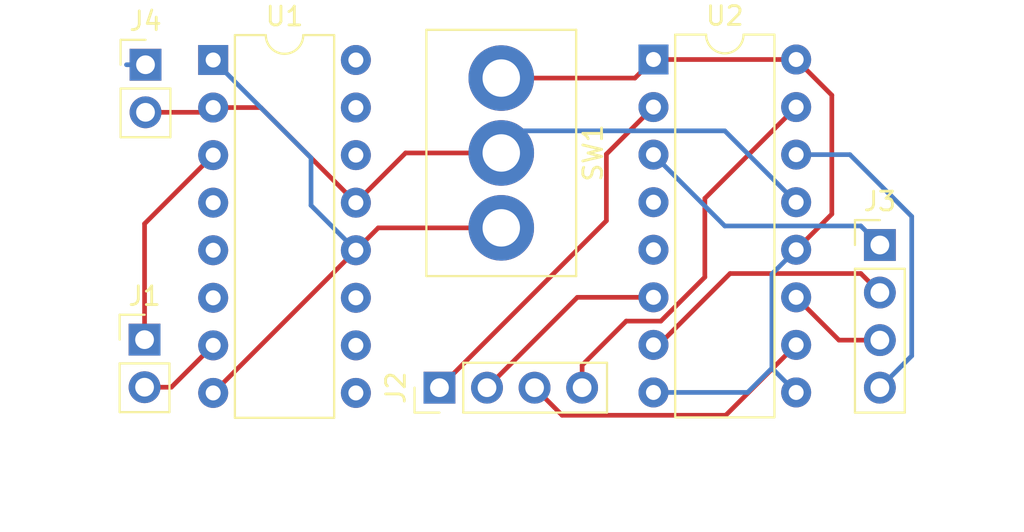
<source format=kicad_pcb>
(kicad_pcb (version 20171130) (host pcbnew "(5.1.8)-1")

  (general
    (thickness 1.6)
    (drawings 0)
    (tracks 58)
    (zones 0)
    (modules 7)
    (nets 21)
  )

  (page A4)
  (layers
    (0 F.Cu signal)
    (31 B.Cu signal)
    (32 B.Adhes user)
    (33 F.Adhes user)
    (34 B.Paste user)
    (35 F.Paste user)
    (36 B.SilkS user)
    (37 F.SilkS user)
    (38 B.Mask user)
    (39 F.Mask user)
    (40 Dwgs.User user)
    (41 Cmts.User user)
    (42 Eco1.User user)
    (43 Eco2.User user)
    (44 Edge.Cuts user)
    (45 Margin user)
    (46 B.CrtYd user)
    (47 F.CrtYd user)
    (48 B.Fab user)
    (49 F.Fab user)
  )

  (setup
    (last_trace_width 0.25)
    (trace_clearance 0.2)
    (zone_clearance 0.508)
    (zone_45_only no)
    (trace_min 0.2)
    (via_size 0.8)
    (via_drill 0.4)
    (via_min_size 0.4)
    (via_min_drill 0.3)
    (uvia_size 0.3)
    (uvia_drill 0.1)
    (uvias_allowed no)
    (uvia_min_size 0.2)
    (uvia_min_drill 0.1)
    (edge_width 0.05)
    (segment_width 0.2)
    (pcb_text_width 0.3)
    (pcb_text_size 1.5 1.5)
    (mod_edge_width 0.12)
    (mod_text_size 1 1)
    (mod_text_width 0.15)
    (pad_size 1.524 1.524)
    (pad_drill 0.762)
    (pad_to_mask_clearance 0)
    (aux_axis_origin 0 0)
    (visible_elements 7FFFFFFF)
    (pcbplotparams
      (layerselection 0x010fc_ffffffff)
      (usegerberextensions false)
      (usegerberattributes true)
      (usegerberadvancedattributes true)
      (creategerberjobfile true)
      (excludeedgelayer true)
      (linewidth 0.100000)
      (plotframeref false)
      (viasonmask false)
      (mode 1)
      (useauxorigin false)
      (hpglpennumber 1)
      (hpglpenspeed 20)
      (hpglpendiameter 15.000000)
      (psnegative false)
      (psa4output false)
      (plotreference true)
      (plotvalue true)
      (plotinvisibletext false)
      (padsonsilk false)
      (subtractmaskfromsilk false)
      (outputformat 1)
      (mirror false)
      (drillshape 1)
      (scaleselection 1)
      (outputdirectory ""))
  )

  (net 0 "")
  (net 1 "Net-(J1-Pad1)")
  (net 2 "Net-(J1-Pad2)")
  (net 3 "Net-(J2-Pad1)")
  (net 4 "Net-(J2-Pad2)")
  (net 5 "Net-(J2-Pad3)")
  (net 6 "Net-(J2-Pad4)")
  (net 7 "Net-(J3-Pad4)")
  (net 8 "Net-(J3-Pad3)")
  (net 9 "Net-(J3-Pad2)")
  (net 10 "Net-(J3-Pad1)")
  (net 11 "Net-(SW1-Pad1)")
  (net 12 +5V)
  (net 13 "Net-(SW1-Pad3)")
  (net 14 "Net-(U1-Pad9)")
  (net 15 "Net-(U1-Pad10)")
  (net 16 "Net-(U1-Pad11)")
  (net 17 GND)
  (net 18 "Net-(U1-Pad14)")
  (net 19 "Net-(U1-Pad15)")
  (net 20 "Net-(U1-Pad16)")

  (net_class Default "This is the default net class."
    (clearance 0.2)
    (trace_width 0.25)
    (via_dia 0.8)
    (via_drill 0.4)
    (uvia_dia 0.3)
    (uvia_drill 0.1)
    (add_net +5V)
    (add_net GND)
    (add_net "Net-(J1-Pad1)")
    (add_net "Net-(J1-Pad2)")
    (add_net "Net-(J2-Pad1)")
    (add_net "Net-(J2-Pad2)")
    (add_net "Net-(J2-Pad3)")
    (add_net "Net-(J2-Pad4)")
    (add_net "Net-(J3-Pad1)")
    (add_net "Net-(J3-Pad2)")
    (add_net "Net-(J3-Pad3)")
    (add_net "Net-(J3-Pad4)")
    (add_net "Net-(SW1-Pad1)")
    (add_net "Net-(SW1-Pad3)")
    (add_net "Net-(U1-Pad10)")
    (add_net "Net-(U1-Pad11)")
    (add_net "Net-(U1-Pad14)")
    (add_net "Net-(U1-Pad15)")
    (add_net "Net-(U1-Pad16)")
    (add_net "Net-(U1-Pad9)")
  )

  (module Package_DIP:DIP-16_W7.62mm (layer F.Cu) (tedit 5A02E8C5) (tstamp 6057F641)
    (at 131.318 92.9894)
    (descr "16-lead though-hole mounted DIP package, row spacing 7.62 mm (300 mils)")
    (tags "THT DIP DIL PDIP 2.54mm 7.62mm 300mil")
    (path /605AA122)
    (fp_text reference U2 (at 3.81 -2.33) (layer F.SilkS)
      (effects (font (size 1 1) (thickness 0.15)))
    )
    (fp_text value DG412xJ (at 3.81 20.11) (layer F.Fab)
      (effects (font (size 1 1) (thickness 0.15)))
    )
    (fp_line (start 1.635 -1.27) (end 6.985 -1.27) (layer F.Fab) (width 0.1))
    (fp_line (start 6.985 -1.27) (end 6.985 19.05) (layer F.Fab) (width 0.1))
    (fp_line (start 6.985 19.05) (end 0.635 19.05) (layer F.Fab) (width 0.1))
    (fp_line (start 0.635 19.05) (end 0.635 -0.27) (layer F.Fab) (width 0.1))
    (fp_line (start 0.635 -0.27) (end 1.635 -1.27) (layer F.Fab) (width 0.1))
    (fp_line (start 2.81 -1.33) (end 1.16 -1.33) (layer F.SilkS) (width 0.12))
    (fp_line (start 1.16 -1.33) (end 1.16 19.11) (layer F.SilkS) (width 0.12))
    (fp_line (start 1.16 19.11) (end 6.46 19.11) (layer F.SilkS) (width 0.12))
    (fp_line (start 6.46 19.11) (end 6.46 -1.33) (layer F.SilkS) (width 0.12))
    (fp_line (start 6.46 -1.33) (end 4.81 -1.33) (layer F.SilkS) (width 0.12))
    (fp_line (start -1.1 -1.55) (end -1.1 19.3) (layer F.CrtYd) (width 0.05))
    (fp_line (start -1.1 19.3) (end 8.7 19.3) (layer F.CrtYd) (width 0.05))
    (fp_line (start 8.7 19.3) (end 8.7 -1.55) (layer F.CrtYd) (width 0.05))
    (fp_line (start 8.7 -1.55) (end -1.1 -1.55) (layer F.CrtYd) (width 0.05))
    (fp_text user %R (at 3.81 8.89) (layer F.Fab)
      (effects (font (size 1 1) (thickness 0.15)))
    )
    (fp_arc (start 3.81 -1.33) (end 2.81 -1.33) (angle -180) (layer F.SilkS) (width 0.12))
    (pad 16 thru_hole oval (at 7.62 0) (size 1.6 1.6) (drill 0.8) (layers *.Cu *.Mask)
      (net 11 "Net-(SW1-Pad1)"))
    (pad 8 thru_hole oval (at 0 17.78) (size 1.6 1.6) (drill 0.8) (layers *.Cu *.Mask)
      (net 11 "Net-(SW1-Pad1)"))
    (pad 15 thru_hole oval (at 7.62 2.54) (size 1.6 1.6) (drill 0.8) (layers *.Cu *.Mask)
      (net 6 "Net-(J2-Pad4)"))
    (pad 7 thru_hole oval (at 0 15.24) (size 1.6 1.6) (drill 0.8) (layers *.Cu *.Mask)
      (net 9 "Net-(J3-Pad2)"))
    (pad 14 thru_hole oval (at 7.62 5.08) (size 1.6 1.6) (drill 0.8) (layers *.Cu *.Mask)
      (net 7 "Net-(J3-Pad4)"))
    (pad 6 thru_hole oval (at 0 12.7) (size 1.6 1.6) (drill 0.8) (layers *.Cu *.Mask)
      (net 4 "Net-(J2-Pad2)"))
    (pad 13 thru_hole oval (at 7.62 7.62) (size 1.6 1.6) (drill 0.8) (layers *.Cu *.Mask)
      (net 12 +5V))
    (pad 5 thru_hole oval (at 0 10.16) (size 1.6 1.6) (drill 0.8) (layers *.Cu *.Mask)
      (net 17 GND))
    (pad 12 thru_hole oval (at 7.62 10.16) (size 1.6 1.6) (drill 0.8) (layers *.Cu *.Mask)
      (net 11 "Net-(SW1-Pad1)"))
    (pad 4 thru_hole oval (at 0 7.62) (size 1.6 1.6) (drill 0.8) (layers *.Cu *.Mask)
      (net 17 GND))
    (pad 11 thru_hole oval (at 7.62 12.7) (size 1.6 1.6) (drill 0.8) (layers *.Cu *.Mask)
      (net 8 "Net-(J3-Pad3)"))
    (pad 3 thru_hole oval (at 0 5.08) (size 1.6 1.6) (drill 0.8) (layers *.Cu *.Mask)
      (net 10 "Net-(J3-Pad1)"))
    (pad 10 thru_hole oval (at 7.62 15.24) (size 1.6 1.6) (drill 0.8) (layers *.Cu *.Mask)
      (net 5 "Net-(J2-Pad3)"))
    (pad 2 thru_hole oval (at 0 2.54) (size 1.6 1.6) (drill 0.8) (layers *.Cu *.Mask)
      (net 3 "Net-(J2-Pad1)"))
    (pad 9 thru_hole oval (at 7.62 17.78) (size 1.6 1.6) (drill 0.8) (layers *.Cu *.Mask)
      (net 11 "Net-(SW1-Pad1)"))
    (pad 1 thru_hole rect (at 0 0) (size 1.6 1.6) (drill 0.8) (layers *.Cu *.Mask)
      (net 11 "Net-(SW1-Pad1)"))
    (model ${KISYS3DMOD}/Package_DIP.3dshapes/DIP-16_W7.62mm.wrl
      (at (xyz 0 0 0))
      (scale (xyz 1 1 1))
      (rotate (xyz 0 0 0))
    )
  )

  (module Connector_PinHeader_2.54mm:PinHeader_1x02_P2.54mm_Vertical (layer F.Cu) (tedit 59FED5CC) (tstamp 605800D1)
    (at 104.1908 93.2688)
    (descr "Through hole straight pin header, 1x02, 2.54mm pitch, single row")
    (tags "Through hole pin header THT 1x02 2.54mm single row")
    (path /606A22F5)
    (fp_text reference J4 (at 0 -2.33) (layer F.SilkS)
      (effects (font (size 1 1) (thickness 0.15)))
    )
    (fp_text value Conn_01x02_Female (at 0 4.87) (layer F.Fab)
      (effects (font (size 1 1) (thickness 0.15)))
    )
    (fp_line (start 1.8 -1.8) (end -1.8 -1.8) (layer F.CrtYd) (width 0.05))
    (fp_line (start 1.8 4.35) (end 1.8 -1.8) (layer F.CrtYd) (width 0.05))
    (fp_line (start -1.8 4.35) (end 1.8 4.35) (layer F.CrtYd) (width 0.05))
    (fp_line (start -1.8 -1.8) (end -1.8 4.35) (layer F.CrtYd) (width 0.05))
    (fp_line (start -1.33 -1.33) (end 0 -1.33) (layer F.SilkS) (width 0.12))
    (fp_line (start -1.33 0) (end -1.33 -1.33) (layer F.SilkS) (width 0.12))
    (fp_line (start -1.33 1.27) (end 1.33 1.27) (layer F.SilkS) (width 0.12))
    (fp_line (start 1.33 1.27) (end 1.33 3.87) (layer F.SilkS) (width 0.12))
    (fp_line (start -1.33 1.27) (end -1.33 3.87) (layer F.SilkS) (width 0.12))
    (fp_line (start -1.33 3.87) (end 1.33 3.87) (layer F.SilkS) (width 0.12))
    (fp_line (start -1.27 -0.635) (end -0.635 -1.27) (layer F.Fab) (width 0.1))
    (fp_line (start -1.27 3.81) (end -1.27 -0.635) (layer F.Fab) (width 0.1))
    (fp_line (start 1.27 3.81) (end -1.27 3.81) (layer F.Fab) (width 0.1))
    (fp_line (start 1.27 -1.27) (end 1.27 3.81) (layer F.Fab) (width 0.1))
    (fp_line (start -0.635 -1.27) (end 1.27 -1.27) (layer F.Fab) (width 0.1))
    (fp_text user %R (at 0 1.27 90) (layer F.Fab)
      (effects (font (size 1 1) (thickness 0.15)))
    )
    (pad 2 thru_hole oval (at 0 2.54) (size 1.7 1.7) (drill 1) (layers *.Cu *.Mask)
      (net 12 +5V))
    (pad 1 thru_hole rect (at 0 0) (size 1.7 1.7) (drill 1) (layers *.Cu *.Mask)
      (net 17 GND))
    (model ${KISYS3DMOD}/Connector_PinHeader_2.54mm.3dshapes/PinHeader_1x02_P2.54mm_Vertical.wrl
      (at (xyz 0 0 0))
      (scale (xyz 1 1 1))
      (rotate (xyz 0 0 0))
    )
  )

  (module Connector_PinHeader_2.54mm:PinHeader_1x02_P2.54mm_Vertical (layer F.Cu) (tedit 59FED5CC) (tstamp 6057F5B6)
    (at 104.14 107.95)
    (descr "Through hole straight pin header, 1x02, 2.54mm pitch, single row")
    (tags "Through hole pin header THT 1x02 2.54mm single row")
    (path /6057F7D0)
    (fp_text reference J1 (at 0 -2.33) (layer F.SilkS)
      (effects (font (size 1 1) (thickness 0.15)))
    )
    (fp_text value Conn_01x02_Female (at 0 4.87) (layer F.Fab)
      (effects (font (size 1 1) (thickness 0.15)))
    )
    (fp_line (start 1.8 -1.8) (end -1.8 -1.8) (layer F.CrtYd) (width 0.05))
    (fp_line (start 1.8 4.35) (end 1.8 -1.8) (layer F.CrtYd) (width 0.05))
    (fp_line (start -1.8 4.35) (end 1.8 4.35) (layer F.CrtYd) (width 0.05))
    (fp_line (start -1.8 -1.8) (end -1.8 4.35) (layer F.CrtYd) (width 0.05))
    (fp_line (start -1.33 -1.33) (end 0 -1.33) (layer F.SilkS) (width 0.12))
    (fp_line (start -1.33 0) (end -1.33 -1.33) (layer F.SilkS) (width 0.12))
    (fp_line (start -1.33 1.27) (end 1.33 1.27) (layer F.SilkS) (width 0.12))
    (fp_line (start 1.33 1.27) (end 1.33 3.87) (layer F.SilkS) (width 0.12))
    (fp_line (start -1.33 1.27) (end -1.33 3.87) (layer F.SilkS) (width 0.12))
    (fp_line (start -1.33 3.87) (end 1.33 3.87) (layer F.SilkS) (width 0.12))
    (fp_line (start -1.27 -0.635) (end -0.635 -1.27) (layer F.Fab) (width 0.1))
    (fp_line (start -1.27 3.81) (end -1.27 -0.635) (layer F.Fab) (width 0.1))
    (fp_line (start 1.27 3.81) (end -1.27 3.81) (layer F.Fab) (width 0.1))
    (fp_line (start 1.27 -1.27) (end 1.27 3.81) (layer F.Fab) (width 0.1))
    (fp_line (start -0.635 -1.27) (end 1.27 -1.27) (layer F.Fab) (width 0.1))
    (fp_text user %R (at 0 1.27 90) (layer F.Fab)
      (effects (font (size 1 1) (thickness 0.15)))
    )
    (pad 1 thru_hole rect (at 0 0) (size 1.7 1.7) (drill 1) (layers *.Cu *.Mask)
      (net 1 "Net-(J1-Pad1)"))
    (pad 2 thru_hole oval (at 0 2.54) (size 1.7 1.7) (drill 1) (layers *.Cu *.Mask)
      (net 2 "Net-(J1-Pad2)"))
    (model ${KISYS3DMOD}/Connector_PinHeader_2.54mm.3dshapes/PinHeader_1x02_P2.54mm_Vertical.wrl
      (at (xyz 0 0 0))
      (scale (xyz 1 1 1))
      (rotate (xyz 0 0 0))
    )
  )

  (module Connector_PinHeader_2.54mm:PinHeader_1x04_P2.54mm_Vertical (layer F.Cu) (tedit 59FED5CC) (tstamp 6057F5CE)
    (at 119.888 110.5154 90)
    (descr "Through hole straight pin header, 1x04, 2.54mm pitch, single row")
    (tags "Through hole pin header THT 1x04 2.54mm single row")
    (path /605D1CBF)
    (fp_text reference J2 (at 0 -2.33 90) (layer F.SilkS)
      (effects (font (size 1 1) (thickness 0.15)))
    )
    (fp_text value Conn_01x04_Female (at 0 9.95 90) (layer F.Fab)
      (effects (font (size 1 1) (thickness 0.15)))
    )
    (fp_line (start 1.8 -1.8) (end -1.8 -1.8) (layer F.CrtYd) (width 0.05))
    (fp_line (start 1.8 9.4) (end 1.8 -1.8) (layer F.CrtYd) (width 0.05))
    (fp_line (start -1.8 9.4) (end 1.8 9.4) (layer F.CrtYd) (width 0.05))
    (fp_line (start -1.8 -1.8) (end -1.8 9.4) (layer F.CrtYd) (width 0.05))
    (fp_line (start -1.33 -1.33) (end 0 -1.33) (layer F.SilkS) (width 0.12))
    (fp_line (start -1.33 0) (end -1.33 -1.33) (layer F.SilkS) (width 0.12))
    (fp_line (start -1.33 1.27) (end 1.33 1.27) (layer F.SilkS) (width 0.12))
    (fp_line (start 1.33 1.27) (end 1.33 8.95) (layer F.SilkS) (width 0.12))
    (fp_line (start -1.33 1.27) (end -1.33 8.95) (layer F.SilkS) (width 0.12))
    (fp_line (start -1.33 8.95) (end 1.33 8.95) (layer F.SilkS) (width 0.12))
    (fp_line (start -1.27 -0.635) (end -0.635 -1.27) (layer F.Fab) (width 0.1))
    (fp_line (start -1.27 8.89) (end -1.27 -0.635) (layer F.Fab) (width 0.1))
    (fp_line (start 1.27 8.89) (end -1.27 8.89) (layer F.Fab) (width 0.1))
    (fp_line (start 1.27 -1.27) (end 1.27 8.89) (layer F.Fab) (width 0.1))
    (fp_line (start -0.635 -1.27) (end 1.27 -1.27) (layer F.Fab) (width 0.1))
    (fp_text user %R (at 0 3.81) (layer F.Fab)
      (effects (font (size 1 1) (thickness 0.15)))
    )
    (pad 1 thru_hole rect (at 0 0 90) (size 1.7 1.7) (drill 1) (layers *.Cu *.Mask)
      (net 3 "Net-(J2-Pad1)"))
    (pad 2 thru_hole oval (at 0 2.54 90) (size 1.7 1.7) (drill 1) (layers *.Cu *.Mask)
      (net 4 "Net-(J2-Pad2)"))
    (pad 3 thru_hole oval (at 0 5.08 90) (size 1.7 1.7) (drill 1) (layers *.Cu *.Mask)
      (net 5 "Net-(J2-Pad3)"))
    (pad 4 thru_hole oval (at 0 7.62 90) (size 1.7 1.7) (drill 1) (layers *.Cu *.Mask)
      (net 6 "Net-(J2-Pad4)"))
    (model ${KISYS3DMOD}/Connector_PinHeader_2.54mm.3dshapes/PinHeader_1x04_P2.54mm_Vertical.wrl
      (at (xyz 0 0 0))
      (scale (xyz 1 1 1))
      (rotate (xyz 0 0 0))
    )
  )

  (module Connector_PinHeader_2.54mm:PinHeader_1x04_P2.54mm_Vertical (layer F.Cu) (tedit 59FED5CC) (tstamp 6057F5E6)
    (at 143.4084 102.8954)
    (descr "Through hole straight pin header, 1x04, 2.54mm pitch, single row")
    (tags "Through hole pin header THT 1x04 2.54mm single row")
    (path /605E2141)
    (fp_text reference J3 (at 0 -2.33) (layer F.SilkS)
      (effects (font (size 1 1) (thickness 0.15)))
    )
    (fp_text value Conn_01x04_Female (at 0 9.95) (layer F.Fab)
      (effects (font (size 1 1) (thickness 0.15)))
    )
    (fp_line (start -0.635 -1.27) (end 1.27 -1.27) (layer F.Fab) (width 0.1))
    (fp_line (start 1.27 -1.27) (end 1.27 8.89) (layer F.Fab) (width 0.1))
    (fp_line (start 1.27 8.89) (end -1.27 8.89) (layer F.Fab) (width 0.1))
    (fp_line (start -1.27 8.89) (end -1.27 -0.635) (layer F.Fab) (width 0.1))
    (fp_line (start -1.27 -0.635) (end -0.635 -1.27) (layer F.Fab) (width 0.1))
    (fp_line (start -1.33 8.95) (end 1.33 8.95) (layer F.SilkS) (width 0.12))
    (fp_line (start -1.33 1.27) (end -1.33 8.95) (layer F.SilkS) (width 0.12))
    (fp_line (start 1.33 1.27) (end 1.33 8.95) (layer F.SilkS) (width 0.12))
    (fp_line (start -1.33 1.27) (end 1.33 1.27) (layer F.SilkS) (width 0.12))
    (fp_line (start -1.33 0) (end -1.33 -1.33) (layer F.SilkS) (width 0.12))
    (fp_line (start -1.33 -1.33) (end 0 -1.33) (layer F.SilkS) (width 0.12))
    (fp_line (start -1.8 -1.8) (end -1.8 9.4) (layer F.CrtYd) (width 0.05))
    (fp_line (start -1.8 9.4) (end 1.8 9.4) (layer F.CrtYd) (width 0.05))
    (fp_line (start 1.8 9.4) (end 1.8 -1.8) (layer F.CrtYd) (width 0.05))
    (fp_line (start 1.8 -1.8) (end -1.8 -1.8) (layer F.CrtYd) (width 0.05))
    (fp_text user %R (at 0 3.81 90) (layer F.Fab)
      (effects (font (size 1 1) (thickness 0.15)))
    )
    (pad 4 thru_hole oval (at 0 7.62) (size 1.7 1.7) (drill 1) (layers *.Cu *.Mask)
      (net 7 "Net-(J3-Pad4)"))
    (pad 3 thru_hole oval (at 0 5.08) (size 1.7 1.7) (drill 1) (layers *.Cu *.Mask)
      (net 8 "Net-(J3-Pad3)"))
    (pad 2 thru_hole oval (at 0 2.54) (size 1.7 1.7) (drill 1) (layers *.Cu *.Mask)
      (net 9 "Net-(J3-Pad2)"))
    (pad 1 thru_hole rect (at 0 0) (size 1.7 1.7) (drill 1) (layers *.Cu *.Mask)
      (net 10 "Net-(J3-Pad1)"))
    (model ${KISYS3DMOD}/Connector_PinHeader_2.54mm.3dshapes/PinHeader_1x04_P2.54mm_Vertical.wrl
      (at (xyz 0 0 0))
      (scale (xyz 1 1 1))
      (rotate (xyz 0 0 0))
    )
  )

  (module Button_Switch_THT:MTS_SPDT (layer F.Cu) (tedit 6057EE0C) (tstamp 6057F5F9)
    (at 123.19 93.98 270)
    (path /6058909F)
    (fp_text reference SW1 (at 4 -4.9 90) (layer F.SilkS)
      (effects (font (size 1 1) (thickness 0.15)))
    )
    (fp_text value SW_SPDT (at 4 4.9 90) (layer F.Fab)
      (effects (font (size 1 1) (thickness 0.15)))
    )
    (fp_line (start 10.575 -4) (end 10.575 4) (layer F.SilkS) (width 0.12))
    (fp_line (start -2.575 4) (end 10.575 4) (layer F.SilkS) (width 0.12))
    (fp_line (start -2.575 -4) (end -2.575 4) (layer F.SilkS) (width 0.12))
    (fp_line (start -2.575 -4) (end 10.575 -4) (layer F.SilkS) (width 0.12))
    (fp_line (start -2.45 -3.875) (end -2.45 3.875) (layer F.Fab) (width 0.05))
    (fp_line (start 10.45 -3.875) (end 10.45 3.875) (layer F.Fab) (width 0.05))
    (fp_line (start -2.45 3.875) (end 10.45 3.875) (layer F.Fab) (width 0.05))
    (fp_line (start -2.45 -3.875) (end 10.45 -3.875) (layer F.Fab) (width 0.05))
    (fp_line (start -2.5 -4) (end 10.5 -4) (layer F.CrtYd) (width 0.05))
    (fp_line (start -2.5 4) (end 10.5 4) (layer F.CrtYd) (width 0.05))
    (fp_line (start -2.5 -4) (end -2.5 4) (layer F.CrtYd) (width 0.05))
    (fp_line (start 10.5 -4) (end 10.5 4) (layer F.CrtYd) (width 0.05))
    (pad 1 thru_hole circle (at 0 0 270) (size 3.5 3.5) (drill 2) (layers *.Cu *.Mask)
      (net 11 "Net-(SW1-Pad1)"))
    (pad 2 thru_hole circle (at 4 0 270) (size 3.5 3.5) (drill 2) (layers *.Cu *.Mask)
      (net 12 +5V))
    (pad 3 thru_hole circle (at 8 0 270) (size 3.5 3.5) (drill 2) (layers *.Cu *.Mask)
      (net 13 "Net-(SW1-Pad3)"))
  )

  (module Package_DIP:DIP-16_W7.62mm (layer F.Cu) (tedit 5A02E8C5) (tstamp 6057F61D)
    (at 107.805001 93.015001)
    (descr "16-lead though-hole mounted DIP package, row spacing 7.62 mm (300 mils)")
    (tags "THT DIP DIL PDIP 2.54mm 7.62mm 300mil")
    (path /605928E9)
    (fp_text reference U1 (at 3.81 -2.33) (layer F.SilkS)
      (effects (font (size 1 1) (thickness 0.15)))
    )
    (fp_text value DG412xJ (at 3.81 20.11) (layer F.Fab)
      (effects (font (size 1 1) (thickness 0.15)))
    )
    (fp_line (start 8.7 -1.55) (end -1.1 -1.55) (layer F.CrtYd) (width 0.05))
    (fp_line (start 8.7 19.3) (end 8.7 -1.55) (layer F.CrtYd) (width 0.05))
    (fp_line (start -1.1 19.3) (end 8.7 19.3) (layer F.CrtYd) (width 0.05))
    (fp_line (start -1.1 -1.55) (end -1.1 19.3) (layer F.CrtYd) (width 0.05))
    (fp_line (start 6.46 -1.33) (end 4.81 -1.33) (layer F.SilkS) (width 0.12))
    (fp_line (start 6.46 19.11) (end 6.46 -1.33) (layer F.SilkS) (width 0.12))
    (fp_line (start 1.16 19.11) (end 6.46 19.11) (layer F.SilkS) (width 0.12))
    (fp_line (start 1.16 -1.33) (end 1.16 19.11) (layer F.SilkS) (width 0.12))
    (fp_line (start 2.81 -1.33) (end 1.16 -1.33) (layer F.SilkS) (width 0.12))
    (fp_line (start 0.635 -0.27) (end 1.635 -1.27) (layer F.Fab) (width 0.1))
    (fp_line (start 0.635 19.05) (end 0.635 -0.27) (layer F.Fab) (width 0.1))
    (fp_line (start 6.985 19.05) (end 0.635 19.05) (layer F.Fab) (width 0.1))
    (fp_line (start 6.985 -1.27) (end 6.985 19.05) (layer F.Fab) (width 0.1))
    (fp_line (start 1.635 -1.27) (end 6.985 -1.27) (layer F.Fab) (width 0.1))
    (fp_arc (start 3.81 -1.33) (end 2.81 -1.33) (angle -180) (layer F.SilkS) (width 0.12))
    (fp_text user %R (at 3.81 8.89) (layer F.Fab)
      (effects (font (size 1 1) (thickness 0.15)))
    )
    (pad 1 thru_hole rect (at 0 0) (size 1.6 1.6) (drill 0.8) (layers *.Cu *.Mask)
      (net 13 "Net-(SW1-Pad3)"))
    (pad 9 thru_hole oval (at 7.62 17.78) (size 1.6 1.6) (drill 0.8) (layers *.Cu *.Mask)
      (net 14 "Net-(U1-Pad9)"))
    (pad 2 thru_hole oval (at 0 2.54) (size 1.6 1.6) (drill 0.8) (layers *.Cu *.Mask)
      (net 12 +5V))
    (pad 10 thru_hole oval (at 7.62 15.24) (size 1.6 1.6) (drill 0.8) (layers *.Cu *.Mask)
      (net 15 "Net-(U1-Pad10)"))
    (pad 3 thru_hole oval (at 0 5.08) (size 1.6 1.6) (drill 0.8) (layers *.Cu *.Mask)
      (net 1 "Net-(J1-Pad1)"))
    (pad 11 thru_hole oval (at 7.62 12.7) (size 1.6 1.6) (drill 0.8) (layers *.Cu *.Mask)
      (net 16 "Net-(U1-Pad11)"))
    (pad 4 thru_hole oval (at 0 7.62) (size 1.6 1.6) (drill 0.8) (layers *.Cu *.Mask)
      (net 17 GND))
    (pad 12 thru_hole oval (at 7.62 10.16) (size 1.6 1.6) (drill 0.8) (layers *.Cu *.Mask)
      (net 13 "Net-(SW1-Pad3)"))
    (pad 5 thru_hole oval (at 0 10.16) (size 1.6 1.6) (drill 0.8) (layers *.Cu *.Mask)
      (net 17 GND))
    (pad 13 thru_hole oval (at 7.62 7.62) (size 1.6 1.6) (drill 0.8) (layers *.Cu *.Mask)
      (net 12 +5V))
    (pad 6 thru_hole oval (at 0 12.7) (size 1.6 1.6) (drill 0.8) (layers *.Cu *.Mask)
      (net 17 GND))
    (pad 14 thru_hole oval (at 7.62 5.08) (size 1.6 1.6) (drill 0.8) (layers *.Cu *.Mask)
      (net 18 "Net-(U1-Pad14)"))
    (pad 7 thru_hole oval (at 0 15.24) (size 1.6 1.6) (drill 0.8) (layers *.Cu *.Mask)
      (net 2 "Net-(J1-Pad2)"))
    (pad 15 thru_hole oval (at 7.62 2.54) (size 1.6 1.6) (drill 0.8) (layers *.Cu *.Mask)
      (net 19 "Net-(U1-Pad15)"))
    (pad 8 thru_hole oval (at 0 17.78) (size 1.6 1.6) (drill 0.8) (layers *.Cu *.Mask)
      (net 13 "Net-(SW1-Pad3)"))
    (pad 16 thru_hole oval (at 7.62 0) (size 1.6 1.6) (drill 0.8) (layers *.Cu *.Mask)
      (net 20 "Net-(U1-Pad16)"))
    (model ${KISYS3DMOD}/Package_DIP.3dshapes/DIP-16_W7.62mm.wrl
      (at (xyz 0 0 0))
      (scale (xyz 1 1 1))
      (rotate (xyz 0 0 0))
    )
  )

  (segment (start 104.14 101.760002) (end 107.805001 98.095001) (width 0.25) (layer F.Cu) (net 1))
  (segment (start 104.14 107.95) (end 104.14 101.760002) (width 0.25) (layer F.Cu) (net 1))
  (segment (start 105.570002 110.49) (end 107.805001 108.255001) (width 0.25) (layer F.Cu) (net 2))
  (segment (start 104.14 110.49) (end 105.570002 110.49) (width 0.25) (layer F.Cu) (net 2))
  (segment (start 128.8034 101.6) (end 119.888 110.5154) (width 0.25) (layer F.Cu) (net 3))
  (segment (start 128.8034 98.044) (end 128.8034 101.6) (width 0.25) (layer F.Cu) (net 3))
  (segment (start 131.318 95.5294) (end 128.8034 98.044) (width 0.25) (layer F.Cu) (net 3))
  (segment (start 127.254 105.6894) (end 131.318 105.6894) (width 0.25) (layer F.Cu) (net 4))
  (segment (start 122.428 110.5154) (end 127.254 105.6894) (width 0.25) (layer F.Cu) (net 4))
  (segment (start 124.968 110.5154) (end 126.4412 111.9886) (width 0.25) (layer F.Cu) (net 5))
  (segment (start 135.1788 111.9886) (end 138.938 108.2294) (width 0.25) (layer F.Cu) (net 5))
  (segment (start 126.4412 111.9886) (end 135.1788 111.9886) (width 0.25) (layer F.Cu) (net 5))
  (segment (start 127.508 109.313319) (end 129.861919 106.9594) (width 0.25) (layer F.Cu) (net 6))
  (segment (start 127.508 110.5154) (end 127.508 109.313319) (width 0.25) (layer F.Cu) (net 6))
  (segment (start 131.713002 106.9594) (end 134.0612 104.611202) (width 0.25) (layer F.Cu) (net 6))
  (segment (start 129.861919 106.9594) (end 131.713002 106.9594) (width 0.25) (layer F.Cu) (net 6))
  (segment (start 134.0612 100.4062) (end 138.938 95.5294) (width 0.25) (layer F.Cu) (net 6))
  (segment (start 134.0612 104.611202) (end 134.0612 100.4062) (width 0.25) (layer F.Cu) (net 6))
  (segment (start 138.938 98.0694) (end 141.8082 98.0694) (width 0.25) (layer B.Cu) (net 7))
  (segment (start 141.8082 98.0694) (end 145.1102 101.3714) (width 0.25) (layer B.Cu) (net 7))
  (segment (start 145.1102 108.8136) (end 143.4084 110.5154) (width 0.25) (layer B.Cu) (net 7))
  (segment (start 145.1102 101.3714) (end 145.1102 108.8136) (width 0.25) (layer B.Cu) (net 7))
  (segment (start 141.224 107.9754) (end 138.938 105.6894) (width 0.25) (layer F.Cu) (net 8))
  (segment (start 143.4084 107.9754) (end 141.224 107.9754) (width 0.25) (layer F.Cu) (net 8))
  (segment (start 143.4084 105.4354) (end 142.3924 104.4194) (width 0.25) (layer F.Cu) (net 9))
  (segment (start 142.3924 104.4194) (end 135.4074 104.4194) (width 0.25) (layer F.Cu) (net 9))
  (segment (start 131.5974 108.2294) (end 131.318 108.2294) (width 0.25) (layer F.Cu) (net 9))
  (segment (start 135.4074 104.4194) (end 131.5974 108.2294) (width 0.25) (layer F.Cu) (net 9))
  (segment (start 143.4084 102.8954) (end 142.3924 101.8794) (width 0.25) (layer B.Cu) (net 10))
  (segment (start 135.128 101.8794) (end 131.318 98.0694) (width 0.25) (layer B.Cu) (net 10))
  (segment (start 142.3924 101.8794) (end 135.128 101.8794) (width 0.25) (layer B.Cu) (net 10))
  (segment (start 130.3274 93.98) (end 131.318 92.9894) (width 0.25) (layer F.Cu) (net 11))
  (segment (start 123.19 93.98) (end 130.3274 93.98) (width 0.25) (layer F.Cu) (net 11))
  (segment (start 131.318 92.9894) (end 138.938 92.9894) (width 0.25) (layer F.Cu) (net 11))
  (segment (start 138.938 92.9894) (end 140.843 94.8944) (width 0.25) (layer F.Cu) (net 11))
  (segment (start 140.843 101.2444) (end 138.938 103.1494) (width 0.25) (layer F.Cu) (net 11))
  (segment (start 140.843 94.8944) (end 140.843 101.2444) (width 0.25) (layer F.Cu) (net 11))
  (segment (start 138.938 103.1494) (end 137.6426 104.4448) (width 0.25) (layer B.Cu) (net 11))
  (segment (start 137.6426 109.474) (end 138.938 110.7694) (width 0.25) (layer B.Cu) (net 11))
  (segment (start 137.6426 104.4448) (end 137.6426 109.474) (width 0.25) (layer B.Cu) (net 11))
  (segment (start 136.3472 110.7694) (end 137.6426 109.474) (width 0.25) (layer B.Cu) (net 11))
  (segment (start 131.318 110.7694) (end 136.3472 110.7694) (width 0.25) (layer B.Cu) (net 11))
  (segment (start 110.345001 95.555001) (end 115.425001 100.635001) (width 0.25) (layer F.Cu) (net 12))
  (segment (start 107.805001 95.555001) (end 110.345001 95.555001) (width 0.25) (layer F.Cu) (net 12))
  (segment (start 118.080002 97.98) (end 115.425001 100.635001) (width 0.25) (layer F.Cu) (net 12))
  (segment (start 123.19 97.98) (end 118.080002 97.98) (width 0.25) (layer F.Cu) (net 12))
  (segment (start 107.551202 95.8088) (end 107.805001 95.555001) (width 0.25) (layer F.Cu) (net 12))
  (segment (start 104.1908 95.8088) (end 107.551202 95.8088) (width 0.25) (layer F.Cu) (net 12))
  (segment (start 123.19 97.98) (end 124.3706 96.7994) (width 0.25) (layer B.Cu) (net 12))
  (segment (start 135.128 96.7994) (end 138.938 100.6094) (width 0.25) (layer B.Cu) (net 12))
  (segment (start 124.3706 96.7994) (end 135.128 96.7994) (width 0.25) (layer B.Cu) (net 12))
  (segment (start 107.805001 93.015001) (end 113.03 98.24) (width 0.25) (layer B.Cu) (net 13))
  (segment (start 113.03 100.78) (end 115.425001 103.175001) (width 0.25) (layer B.Cu) (net 13))
  (segment (start 113.03 98.24) (end 113.03 100.78) (width 0.25) (layer B.Cu) (net 13))
  (segment (start 107.805001 110.795001) (end 115.425001 103.175001) (width 0.25) (layer F.Cu) (net 13))
  (segment (start 116.620002 101.98) (end 115.425001 103.175001) (width 0.25) (layer F.Cu) (net 13))
  (segment (start 123.19 101.98) (end 116.620002 101.98) (width 0.25) (layer F.Cu) (net 13))
  (segment (start 104.1908 93.2688) (end 103.1748 93.2688) (width 0.25) (layer B.Cu) (net 17))

)

</source>
